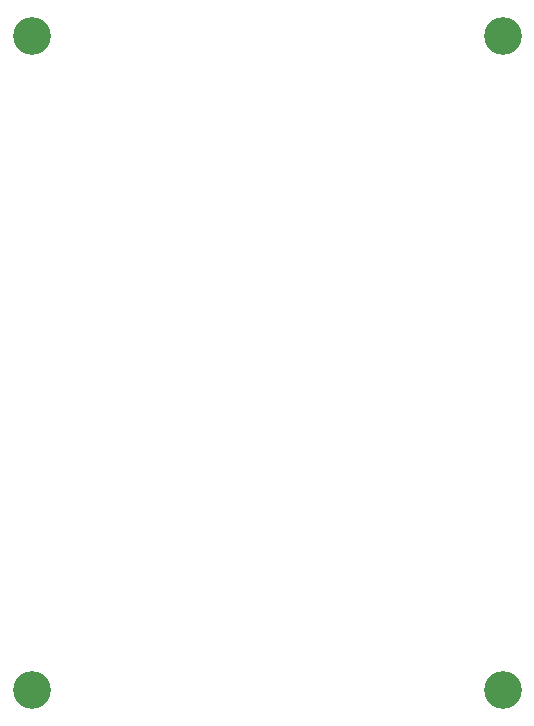
<source format=gbr>
%TF.GenerationSoftware,KiCad,Pcbnew,7.0.5*%
%TF.CreationDate,2024-02-24T22:07:35+07:00*%
%TF.ProjectId,CN13_Case,434e3133-5f43-4617-9365-2e6b69636164,rev?*%
%TF.SameCoordinates,Original*%
%TF.FileFunction,NonPlated,1,2,NPTH,Drill*%
%TF.FilePolarity,Positive*%
%FSLAX46Y46*%
G04 Gerber Fmt 4.6, Leading zero omitted, Abs format (unit mm)*
G04 Created by KiCad (PCBNEW 7.0.5) date 2024-02-24 22:07:35*
%MOMM*%
%LPD*%
G01*
G04 APERTURE LIST*
%TA.AperFunction,ComponentDrill*%
%ADD10C,3.200000*%
%TD*%
G04 APERTURE END LIST*
D10*
%TO.C,H1*%
X101092000Y-92456000D03*
%TO.C,H4*%
X101092000Y-147828000D03*
%TO.C,H2*%
X140970000Y-92456000D03*
%TO.C,H3*%
X140970000Y-147828000D03*
M02*

</source>
